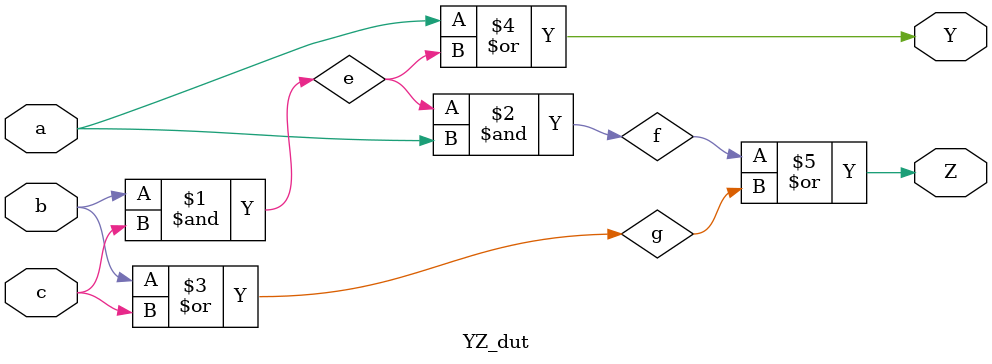
<source format=v>
module YZ_dut(a, b, c, Y, Z);

    input  a, b, c;
    
    output Y, Z;
    
    wire  e, f, g;
    
    
    
    and A1(e, b, c);
    and A2(f, e, a);
    or O1(g, b, c);
    or O2(Y, a, e );
    or O3(Z, f, g);
     
endmodule   



      

</source>
